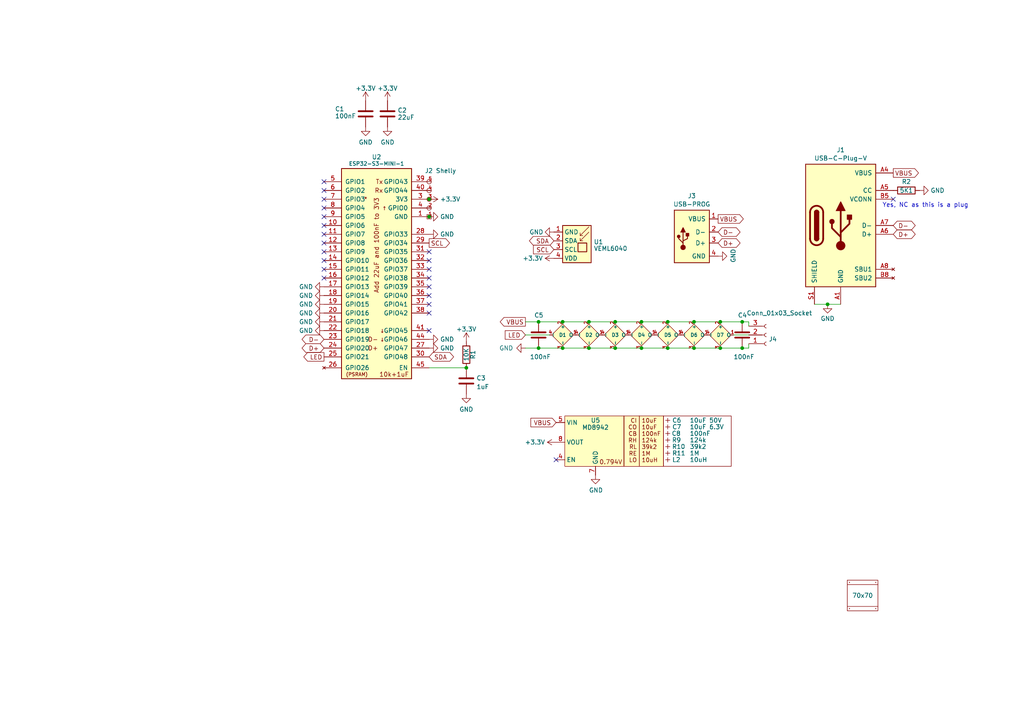
<source format=kicad_sch>
(kicad_sch (version 20230121) (generator eeschema)
  (paper "A4")
  (title_block (title "Generic ESP32 USB-A") (date "${DATE}") (rev "1") (comment 1 "@TheRealRevK") (comment 2 "www.me.uk"))
  (lib_symbols
    (symbol "Connector:Conn_01x03_Socket" (pin_names (offset 1.016) hide)
      (property "Reference" "J" (at 0 5.08 0))
      (property "Value" "Conn_01x03_Socket" (at 0 -5.08 0))
      (symbol "Conn_01x03_Socket_1_1"
        (arc (start 0 -2.032) (mid -0.5058 -2.54) (end 0 -3.048) (stroke (width 0.1524)))
        (polyline (pts (xy -1.27 -2.54) (xy -0.508 -2.54)) (stroke (width 0.1524)))
        (polyline (pts (xy -1.27 0) (xy -0.508 0)) (stroke (width 0.1524)))
        (polyline (pts (xy -1.27 2.54) (xy -0.508 2.54)) (stroke (width 0.1524)))
        (arc (start 0 0.508) (mid -0.5058 0) (end 0 -0.508) (stroke (width 0.1524)))
        (arc (start 0 3.048) (mid -0.5058 2.54) (end 0 2.032) (stroke (width 0.1524)))
        (pin passive line (at -5.08 2.54 0) (length 3.81) (name "Pin_1") (number "1"))
        (pin passive line (at -5.08 0 0) (length 3.81) (name "Pin_2") (number "2"))
        (pin passive line (at -5.08 -2.54 0) (length 3.81) (name "Pin_3") (number "3"))
      )
    )
    (symbol "Device:C" (pin_numbers hide) (pin_names (offset 0.254))
      (property "Reference" "C" (at 0.635 2.54 0))
      (property "Value" "C" (at 0.635 -2.54 0))
      (symbol "C_0_1"
        (polyline (pts (xy -2.032 -0.762) (xy 2.032 -0.762)) (stroke (width 0.508)))
        (polyline (pts (xy -2.032 0.762) (xy 2.032 0.762)) (stroke (width 0.508)))
      )
      (symbol "C_1_1"
        (pin passive line (at 0 3.81 270) (length 2.794) (name "~") (number "1"))
        (pin passive line (at 0 -3.81 90) (length 2.794) (name "~") (number "2"))
      )
    )
    (symbol "Device:R" (pin_numbers hide) (pin_names (offset 0))
      (property "Reference" "R" (at 2.032 0 90))
      (property "Value" "R" (at 0 0 90))
      (symbol "R_0_1"
        (rectangle (start -1.016 -2.54) (end 1.016 2.54) (stroke (width 0.254)))
      )
      (symbol "R_1_1"
        (pin passive line (at 0 3.81 270) (length 1.27) (name "~") (number "1"))
        (pin passive line (at 0 -3.81 90) (length 1.27) (name "~") (number "2"))
      )
    )
    (symbol "RevK:ESP32-S3-MINI-1-N4R2" (pin_names (offset 1.016))
      (property "Reference" "U" (at 0 27.94 0))
      (property "Value" "ESP32-S3-MINI-1-N4R2" (at 0 31.115 0))
      (symbol "ESP32-S3-MINI-1-N4R2_0_0"
        (rectangle (start -10.16 30.48) (end 10.16 -30.48) (stroke (width 0.254)) (fill (type background)))
      )
      (symbol "ESP32-S3-MINI-1-N4R2_1_1"
        (text "(PSRAM)" (at -5.715 -29.21 0) (effects (font (size 1 1))))
        (text "*" (at -3.175 21.59 0) (effects (font (size 1.27 1.27))))
        (text "10k+1uF" (at 5.08 -29.21 0) (effects (font (size 1.27 1.27))))
        (text "Add 22uF and 100nF to 3V3" (at 0 8.255 900) (effects (font (size 1.27 1.27))))
        (text "D+" (at -2.54 -21.59 0) (effects (font (size 1.27 1.27)) (justify left)))
        (text "D-" (at -2.54 -19.05 0) (effects (font (size 1.27 1.27)) (justify left)))
        (text "Rx" (at 1.905 24.13 0) (effects (font (size 1.27 1.27)) (justify right)))
        (text "Tx" (at 1.905 26.67 0) (effects (font (size 1.27 1.27)) (justify right)))
        (text "↑" (at 3.175 19.05 0) (effects (font (size 1.27 1.27)) (justify right)))
        (text "↓" (at 2.54 -19.05 0) (effects (font (size 1.27 1.27)) (justify right)))
        (text "↓" (at 2.54 -16.51 0) (effects (font (size 1.27 1.27)) (justify right)))
        (pin power_in line (at 15.24 16.51 180) (length 5.08) (name "GND") (number "1"))
        (pin passive line (at -15.24 13.97 0) (length 5.08) (name "GPIO6") (number "10"))
        (pin passive line (at -15.24 11.43 0) (length 5.08) (name "GPIO7") (number "11"))
        (pin passive line (at -15.24 8.89 0) (length 5.08) (name "GPIO8") (number "12"))
        (pin passive line (at -15.24 6.35 0) (length 5.08) (name "GPIO9") (number "13"))
        (pin passive line (at -15.24 3.81 0) (length 5.08) (name "GPIO10") (number "14"))
        (pin passive line (at -15.24 1.27 0) (length 5.08) (name "GPIO11") (number "15"))
        (pin passive line (at -15.24 -1.27 0) (length 5.08) (name "GPIO12") (number "16"))
        (pin passive line (at -15.24 -3.81 0) (length 5.08) (name "GPIO13") (number "17"))
        (pin passive line (at -15.24 -6.35 0) (length 5.08) (name "GPIO14") (number "18"))
        (pin passive line (at -15.24 -8.89 0) (length 5.08) (name "GPIO15") (number "19"))
        (pin power_in line (at 15.24 16.51 180) (length 5.08) hide (name "GND") (number "2"))
        (pin passive line (at -15.24 -11.43 0) (length 5.08) (name "GPIO16") (number "20"))
        (pin passive line (at -15.24 -13.97 0) (length 5.08) (name "GPIO17") (number "21"))
        (pin passive line (at -15.24 -16.51 0) (length 5.08) (name "GPIO18") (number "22"))
        (pin passive line (at -15.24 -19.05 0) (length 5.08) (name "GPIO19") (number "23"))
        (pin passive line (at -15.24 -21.59 0) (length 5.08) (name "GPIO20") (number "24"))
        (pin passive line (at -15.24 -24.13 0) (length 5.08) (name "GPIO21") (number "25"))
        (pin no_connect line (at -15.24 -27.305 0) (length 5.08) (name "GPIO26") (number "26"))
        (pin passive line (at 15.24 -21.59 180) (length 5.08) (name "GPIO47") (number "27"))
        (pin passive line (at 15.24 11.43 180) (length 5.08) (name "GPIO33") (number "28"))
        (pin passive line (at 15.24 8.89 180) (length 5.08) (name "GPIO34") (number "29"))
        (pin power_in line (at 15.24 21.59 180) (length 5.08) (name "3V3") (number "3"))
        (pin passive line (at 15.24 -24.13 180) (length 5.08) (name "GPIO48") (number "30"))
        (pin passive line (at 15.24 6.35 180) (length 5.08) (name "GPIO35") (number "31"))
        (pin passive line (at 15.24 3.81 180) (length 5.08) (name "GPIO36") (number "32"))
        (pin passive line (at 15.24 1.27 180) (length 5.08) (name "GPIO37") (number "33"))
        (pin passive line (at 15.24 -1.27 180) (length 5.08) (name "GPIO38") (number "34"))
        (pin passive line (at 15.24 -3.81 180) (length 5.08) (name "GPIO39") (number "35"))
        (pin passive line (at 15.24 -6.35 180) (length 5.08) (name "GPIO40") (number "36"))
        (pin passive line (at 15.24 -8.89 180) (length 5.08) (name "GPIO41") (number "37"))
        (pin passive line (at 15.24 -11.43 180) (length 5.08) (name "GPIO42") (number "38"))
        (pin passive line (at 15.24 26.67 180) (length 5.08) (name "GPIO43") (number "39"))
        (pin passive line (at 15.24 19.05 180) (length 5.08) (name "GPIO0") (number "4"))
        (pin passive line (at 15.24 24.13 180) (length 5.08) (name "GPIO44") (number "40"))
        (pin passive line (at 15.24 -16.51 180) (length 5.08) (name "GPIO45") (number "41"))
        (pin power_in line (at 15.24 16.51 180) (length 5.08) hide (name "GND") (number "42"))
        (pin power_in line (at 15.24 16.51 180) (length 5.08) hide (name "GND") (number "43"))
        (pin passive line (at 15.24 -19.05 180) (length 5.08) (name "GPIO46") (number "44"))
        (pin input line (at 15.24 -27.305 180) (length 5.08) (name "EN") (number "45"))
        (pin power_in line (at 15.24 16.51 180) (length 5.08) hide (name "GND") (number "46"))
        (pin power_in line (at 15.24 16.51 180) (length 5.08) hide (name "GND") (number "47"))
        (pin power_in line (at 15.24 16.51 180) (length 5.08) hide (name "GND") (number "48"))
        (pin power_in line (at 15.24 16.51 180) (length 5.08) hide (name "GND") (number "49"))
        (pin passive line (at -15.24 26.67 0) (length 5.08) (name "GPIO1") (number "5"))
        (pin power_in line (at 15.24 16.51 180) (length 5.08) hide (name "GND") (number "50"))
        (pin power_in line (at 15.24 16.51 180) (length 5.08) hide (name "GND") (number "51"))
        (pin power_in line (at 15.24 16.51 180) (length 5.08) hide (name "GND") (number "52"))
        (pin power_in line (at 15.24 16.51 180) (length 5.08) hide (name "GND") (number "53"))
        (pin power_in line (at 15.24 16.51 180) (length 5.08) hide (name "GND") (number "54"))
        (pin power_in line (at 15.24 16.51 180) (length 5.08) hide (name "GND") (number "55"))
        (pin power_in line (at 15.24 16.51 180) (length 5.08) hide (name "GND") (number "56"))
        (pin power_in line (at 15.24 16.51 180) (length 5.08) hide (name "GND") (number "57"))
        (pin power_in line (at 15.24 16.51 180) (length 5.08) hide (name "GND") (number "58"))
        (pin power_in line (at 15.24 16.51 180) (length 5.08) hide (name "GND") (number "59"))
        (pin passive line (at -15.24 24.13 0) (length 5.08) (name "GPIO2") (number "6"))
        (pin power_in line (at 15.24 16.51 180) (length 5.08) hide (name "GND") (number "60"))
        (pin power_in line (at 15.24 16.51 180) (length 5.08) hide (name "GND") (number "61"))
        (pin power_in line (at 15.24 16.51 180) (length 5.08) hide (name "GND") (number "62"))
        (pin power_in line (at 15.24 16.51 180) (length 5.08) hide (name "GND") (number "63"))
        (pin power_in line (at 15.24 16.51 180) (length 5.08) hide (name "GND") (number "64"))
        (pin power_in line (at 15.24 16.51 180) (length 5.08) hide (name "GND") (number "65"))
        (pin passive line (at -15.24 21.59 0) (length 5.08) (name "GPIO3") (number "7"))
        (pin passive line (at -15.24 19.05 0) (length 5.08) (name "GPIO4") (number "8"))
        (pin passive line (at -15.24 16.51 0) (length 5.08) (name "GPIO5") (number "9"))
      )
    )
    (symbol "RevK:Hidden" (pin_names (offset 1.016)) (in_bom no)
      (property "Reference" "Z" (at 0.635 0 0))
      (property "Value" "Hidden" (at 4.445 0 0))
      (symbol "Hidden_0_1"
        (polyline (pts (xy -0.635 0) (xy 0.635 0)) (stroke (width 0.1524)))
        (polyline (pts (xy 0 0.635) (xy 0 -0.635)) (stroke (width 0.1524)))
      )
    )
    (symbol "RevK:MD89420-RegBlock"
      (property "Reference" "U" (at -0.635 4.445 0))
      (property "Value" "MD8942" (at 0 6.35 0))
      (symbol "MD89420-RegBlock_1_1"
        (rectangle (start -8.89 7.62) (end 8.255 -6.985) (fill (type background)))
        (rectangle (start 8.255 7.62) (end 12.7 -6.985) (fill (type background)))
        (rectangle (start 12.7 7.62) (end 19.685 -6.985) (fill (type background)))
        (rectangle (start 19.685 7.62) (end 39.37 -6.985))
        (text "0.794V" (at 4.445 -5.715 0) (effects (font (size 1.27 1.27))))
        (text "10uF\n10uF\n100nF\n124k\n39k2\n1M\n10uH" (at 13.335 6.985 0) (effects (font (size 1.185 1.185)) (justify left top)))
        (text "CI\nCO\nCB\nRH\nRL\nRE\nLO" (at 12.065 6.985 0) (effects (font (size 1.185 1.185)) (justify right top)))
        (pin no_connect line (at 5.715 0 0) (length 2.54) hide (name "") (number "1"))
        (pin power_in line (at 0 -9.525 90) (length 2.54) hide (name "GND") (number "2"))
        (pin no_connect line (at 5.715 1.905 0) (length 2.54) hide (name "") (number "3"))
        (pin input line (at -11.43 -5.08 0) (length 2.54) (name "EN") (number "4"))
        (pin power_in line (at -11.43 5.715 0) (length 2.54) (name "VIN") (number "5"))
        (pin no_connect line (at 5.715 -1.905 0) (length 2.54) hide (name "") (number "6"))
        (pin power_in line (at 0 -9.525 90) (length 2.54) (name "GND") (number "7"))
        (pin power_out line (at -11.43 0 0) (length 2.54) (name "VOUT") (number "8"))
      )
    )
    (symbol "RevK:PCB" (in_bom no)
      (property "Value" "XxY" (at 0 0 0))
      (symbol "PCB_0_1"
        (rectangle (start -4.445 4.445) (end 4.445 -4.445))
        (circle (center -3.81 -3.81) (radius 0.0001))
        (circle (center -3.81 3.81) (radius 0.0001))
        (circle (center 3.81 -3.81) (radius 0.0001))
        (circle (center 3.81 3.81) (radius 0.0001))
      )
    )
    (symbol "RevK:Shelly" (in_bom no)
      (property "Reference" "J" (at 2.54 -8.255 0))
      (property "Value" "Shelly" (at 2.54 9.525 0))
      (symbol "Shelly_0_1"
        (circle (center 0 -2.54) (radius 0.635) (stroke (width 0.1524)))
        (circle (center 0 0) (radius 0.635) (stroke (width 0.1524)))
        (circle (center 0 2.54) (radius 0.635) (stroke (width 0.1524)))
        (circle (center 0 5.08) (radius 0.635) (stroke (width 0.1524)))
        (rectangle (start 0.635 -5.715) (end -0.635 -4.445) (stroke (width 0.1524)))
      )
      (symbol "Shelly_1_1"
        (pin passive line (at 0 -5.08 0) (length 0.64) (name "GND") (number "1"))
        (pin passive line (at 0 -2.54 0) (length 0.64) (name "0") (number "2"))
        (pin passive line (at 0 0 0) (length 0.64) (name "3V3") (number "3"))
        (pin passive line (at 0 2.54 0) (length 0.64) (name "Rx") (number "4"))
        (pin passive line (at 0 5.08 0) (length 0.64) (name "Tx") (number "5"))
      )
    )
    (symbol "RevK:USB-C-Plug-V" (pin_names (offset 1.016))
      (property "Reference" "J" (at -10.16 19.05 0))
      (property "Value" "USB-C-Plug-V" (at 0 12.7 0))
      (symbol "USB-C-Plug-V_0_1"
        (rectangle (start -10.16 17.78) (end 10.16 -17.78) (stroke (width 0.254)) (fill (type background)))
        (arc (start -8.89 -3.81) (mid -6.985 -5.7067) (end -5.08 -3.81) (stroke (width 0.508)))
        (arc (start -7.62 -3.81) (mid -6.985 -4.4423) (end -6.35 -3.81) (stroke (width 0.254)))
        (arc (start -7.62 -3.81) (mid -6.985 -4.4423) (end -6.35 -3.81) (stroke (width 0.254)) (fill (type outline)))
        (rectangle (start -7.62 -3.81) (end -6.35 3.81) (stroke (width 0.254)) (fill (type outline)))
        (arc (start -6.35 3.81) (mid -6.985 4.4423) (end -7.62 3.81) (stroke (width 0.254)))
        (arc (start -6.35 3.81) (mid -6.985 4.4423) (end -7.62 3.81) (stroke (width 0.254)) (fill (type outline)))
        (arc (start -5.08 3.81) (mid -6.985 5.7067) (end -8.89 3.81) (stroke (width 0.508)))
        (circle (center -2.54 1.143) (radius 0.635) (stroke (width 0.254)) (fill (type outline)))
        (circle (center 0 -5.842) (radius 1.27) (fill (type outline)))
        (polyline (pts (xy -8.89 -3.81) (xy -8.89 3.81)) (stroke (width 0.508)))
        (polyline (pts (xy -5.08 3.81) (xy -5.08 -3.81)) (stroke (width 0.508)))
        (polyline (pts (xy 0 -5.842) (xy 0 4.318)) (stroke (width 0.508)))
        (polyline (pts (xy 0 -3.302) (xy -2.54 -0.762) (xy -2.54 0.508)) (stroke (width 0.508)))
        (polyline (pts (xy 0 -2.032) (xy 2.54 0.508) (xy 2.54 1.778)) (stroke (width 0.508)))
        (polyline (pts (xy -1.27 4.318) (xy 0 6.858) (xy 1.27 4.318) (xy -1.27 4.318)) (stroke (width 0.254)) (fill (type outline)))
        (rectangle (start 1.905 1.778) (end 3.175 3.048) (stroke (width 0.254)) (fill (type outline)))
      )
      (symbol "USB-C-Plug-V_1_1"
        (pin power_out line (at 0 -22.86 90) (length 5.08) (name "GND") (number "A1"))
        (pin passive line (at 0 -22.86 90) (length 5.08) hide (name "GND") (number "A12"))
        (pin power_out line (at 15.24 15.24 180) (length 5.08) (name "VBUS") (number "A4"))
        (pin bidirectional line (at 15.24 10.16 180) (length 5.08) (name "CC") (number "A5"))
        (pin bidirectional line (at 15.24 -2.54 180) (length 5.08) (name "D+") (number "A6"))
        (pin bidirectional line (at 15.24 0 180) (length 5.08) (name "D-") (number "A7"))
        (pin no_connect line (at 15.24 -12.7 180) (length 5.08) (name "SBU1") (number "A8"))
        (pin passive line (at 15.24 15.24 180) (length 5.08) hide (name "VBUS") (number "A9"))
        (pin passive line (at 0 -22.86 90) (length 5.08) hide (name "GND") (number "B1"))
        (pin passive line (at 0 -22.86 90) (length 5.08) hide (name "GND") (number "B12"))
        (pin passive line (at 15.24 15.24 180) (length 5.08) hide (name "VBUS") (number "B4"))
        (pin bidirectional line (at 15.24 7.62 180) (length 5.08) (name "VCONN") (number "B5"))
        (pin bidirectional line (at 15.24 -2.54 180) (length 5.08) hide (name "D+") (number "B6"))
        (pin bidirectional line (at 15.24 0 180) (length 5.08) hide (name "D-") (number "B7"))
        (pin no_connect line (at 15.24 -15.24 180) (length 5.08) (name "SBU2") (number "B8"))
        (pin passive line (at 15.24 15.24 180) (length 5.08) hide (name "VBUS") (number "B9"))
        (pin passive line (at -7.62 -22.86 90) (length 5.08) (name "SHIELD") (number "S1"))
        (pin passive line (at -7.62 -22.86 90) (length 5.08) hide (name "SHIELD") (number "S2"))
      )
    )
    (symbol "RevK:USB-PROG" (pin_names (offset 1.016)) (in_bom no)
      (property "Reference" "J" (at -5.08 11.43 0))
      (property "Value" "USB-PROG" (at -5.08 8.89 0))
      (symbol "USB-PROG_0_1"
        (rectangle (start -5.08 -7.62) (end 5.08 7.62) (stroke (width 0.254)) (fill (type background)))
        (circle (center -3.81 0) (radius 0.381) (stroke (width 0.254)) (fill (type outline)))
        (circle (center -2.54 -3.175) (radius 0.635) (stroke (width 0.254)) (fill (type outline)))
        (rectangle (start -1.651 0.889) (end -0.889 0.127) (stroke (width 0.254)) (fill (type outline)))
        (polyline (pts (xy -3.175 1.27) (xy -1.905 1.27) (xy -2.54 2.54) (xy -3.175 1.27)) (stroke (width 0.254)) (fill (type outline)))
        (polyline (pts (xy -2.54 -2.54) (xy -2.54 -1.905) (xy -3.81 -0.635) (xy -3.81 0)) (stroke (width 0.254)))
        (polyline (pts (xy -2.54 -1.905) (xy -2.54 -1.27) (xy -1.27 -0.635) (xy -1.27 0.635)) (stroke (width 0.254)))
      )
      (symbol "USB-PROG_1_1"
        (polyline (pts (xy -2.54 -1.27) (xy -2.54 1.27)) (stroke (width 0.254)))
        (pin power_out line (at 7.62 5.08 180) (length 2.54) (name "VBUS") (number "1"))
        (pin bidirectional line (at 7.62 1.27 180) (length 2.54) (name "D-") (number "2"))
        (pin bidirectional line (at 7.62 -1.905 180) (length 2.54) (name "D+") (number "3"))
        (pin power_out line (at 7.62 -5.715 180) (length 2.54) (name "GND") (number "4"))
      )
    )
    (symbol "RevK:VCUT" (in_bom no)
      (symbol "VCUT_0_1"
        (polyline (pts (xy -4.445 0) (xy 4.445 0)))
      )
    )
    (symbol "RevK:VEML6040"
      (property "Reference" "U" (at 0 6.35 0))
      (property "Value" "VEML6040" (at 0 -6.985 0))
      (symbol "VEML6040_0_1"
        (rectangle (start -4.445 5.08) (end 3.81 -5.715) (stroke (width 0.254)) (fill (type background)))
        (polyline (pts (xy 0.635 0.635) (xy 0.635 1.397)))
        (polyline (pts (xy 0.635 0.635) (xy 1.397 0.635)))
        (polyline (pts (xy 0.635 0.635) (xy 3.175 3.175)))
        (polyline (pts (xy 0.635 2.159) (xy 0.635 2.921)))
        (polyline (pts (xy 0.635 2.159) (xy 1.397 2.159)))
        (polyline (pts (xy 0.635 2.159) (xy 3.175 4.699)))
        (rectangle (start 0 0) (end 2.54 -2.54) (stroke (width 0.254)) (fill (type background)))
      )
      (symbol "VEML6040_1_1"
        (pin power_in line (at -6.985 3.175 0) (length 2.54) (name "GND") (number "1"))
        (pin bidirectional line (at -6.985 0.635 0) (length 2.54) (name "SDA") (number "2"))
        (pin input line (at -6.985 -1.905 0) (length 2.54) (name "SCL") (number "3"))
        (pin power_in line (at -6.985 -4.445 0) (length 2.54) (name "VDD") (number "4"))
      )
    )
    (symbol "RevK:WS2812B-1mm" (pin_names (offset 0.254))
      (property "Reference" "D" (at 0 0 0))
      (symbol "WS2812B-1mm_1_1"
        (polyline (pts (xy 0 3.175) (xy 3.175 0) (xy 0 -3.175) (xy -3.175 0) (xy 0 3.175)) (fill (type background)))
        (pin output line (at 3.81 0 180) (length 0.5) (name "O") (number "1"))
        (pin power_in line (at 0 -3.81 90) (length 0.5) (name "+") (number "2"))
        (pin power_in line (at 0 3.81 270) (length 0.5) (name "-") (number "3"))
        (pin input line (at -3.81 0 0) (length 0.5) (name "I") (number "4"))
      )
    )
    (symbol "power:+3.3V" (power) (pin_names (offset 0))
      (property "Value" "+3.3V" (at 0 3.556 0))
      (symbol "+3.3V_0_1"
        (polyline (pts (xy -0.762 1.27) (xy 0 2.54)))
        (polyline (pts (xy 0 0) (xy 0 2.54)))
        (polyline (pts (xy 0 2.54) (xy 0.762 1.27)))
      )
      (symbol "+3.3V_1_1"
        (pin power_in line (at 0 0 90) (length 0) hide (name "+3.3V") (number "1"))
      )
    )
    (symbol "power:GND" (power) (pin_names (offset 0))
      (property "Value" "GND" (at 0 -3.81 0))
      (symbol "GND_0_1"
        (polyline (pts (xy 0 0) (xy 0 -1.27) (xy 1.27 -1.27) (xy 0 -2.54) (xy -1.27 -1.27) (xy 0 -1.27)))
      )
      (symbol "GND_1_1"
        (pin power_in line (at 0 0 270) (length 0) hide (name "GND") (number "1"))
      )
    )
  )
  (junction (at 178.435 93.345))
  (junction (at 201.295 93.345))
  (junction (at 193.675 100.965))
  (junction (at 208.915 100.965))
  (junction (at 215.265 93.345))
  (junction (at 124.46 57.785))
  (junction (at 124.46 62.865))
  (junction (at 170.815 100.965))
  (junction (at 186.055 100.965))
  (junction (at 201.295 100.965))
  (junction (at 170.815 93.345))
  (junction (at 156.21 93.345))
  (junction (at 163.195 100.965))
  (junction (at 156.21 100.965))
  (junction (at 208.915 93.345))
  (junction (at 178.435 100.965))
  (junction (at 215.265 100.965))
  (junction (at 193.675 93.345))
  (junction (at 135.255 106.68))
  (junction (at 186.055 93.345))
  (junction (at 163.195 93.345))
  (junction (at 240.03 88.265))
  (no_connect (at 93.98 73.025))
  (no_connect (at 259.08 57.785))
  (no_connect (at 124.46 90.805))
  (no_connect (at 93.98 52.705))
  (no_connect (at 93.98 65.405))
  (no_connect (at 124.46 75.565))
  (no_connect (at 93.98 57.785))
  (no_connect (at 161.29 133.35))
  (no_connect (at 93.98 80.645))
  (no_connect (at 124.46 83.185))
  (no_connect (at 93.98 55.245))
  (no_connect (at 124.46 95.885))
  (no_connect (at 124.46 85.725))
  (no_connect (at 124.46 88.265))
  (no_connect (at 124.46 78.105))
  (no_connect (at 124.46 80.645))
  (no_connect (at 93.98 75.565))
  (no_connect (at 93.98 67.945))
  (no_connect (at 93.98 60.325))
  (no_connect (at 93.98 78.105))
  (no_connect (at 124.46 73.025))
  (no_connect (at 93.98 62.865))
  (no_connect (at 93.98 70.485))
  (wire (pts (xy 152.4 97.155) (xy 159.385 97.155)))
  (wire (pts (xy 178.435 100.965) (xy 186.055 100.965)))
  (wire (pts (xy 178.435 93.345) (xy 186.055 93.345)))
  (wire (pts (xy 208.915 93.345) (xy 215.265 93.345)))
  (wire (pts (xy 186.055 93.345) (xy 193.675 93.345)))
  (wire (pts (xy 193.675 93.345) (xy 201.295 93.345)))
  (wire (pts (xy 240.03 88.265) (xy 243.84 88.265)))
  (wire (pts (xy 163.195 93.345) (xy 170.815 93.345)))
  (wire (pts (xy 215.265 100.965) (xy 217.17 100.965)))
  (wire (pts (xy 156.21 93.345) (xy 163.195 93.345)))
  (wire (pts (xy 217.17 93.345) (xy 217.17 94.615)))
  (wire (pts (xy 201.295 93.345) (xy 208.915 93.345)))
  (wire (pts (xy 152.4 100.965) (xy 156.21 100.965)))
  (wire (pts (xy 163.195 100.965) (xy 170.815 100.965)))
  (wire (pts (xy 217.17 97.155) (xy 212.725 97.155)))
  (wire (pts (xy 152.4 93.345) (xy 156.21 93.345)))
  (wire (pts (xy 215.265 93.345) (xy 217.17 93.345)))
  (wire (pts (xy 170.815 100.965) (xy 178.435 100.965)))
  (wire (pts (xy 170.815 93.345) (xy 178.435 93.345)))
  (wire (pts (xy 208.915 100.965) (xy 215.265 100.965)))
  (wire (pts (xy 156.21 100.965) (xy 163.195 100.965)))
  (wire (pts (xy 193.675 100.965) (xy 201.295 100.965)))
  (wire (pts (xy 186.055 100.965) (xy 193.675 100.965)))
  (wire (pts (xy 236.22 88.265) (xy 240.03 88.265)))
  (wire (pts (xy 217.17 100.965) (xy 217.17 99.695)))
  (wire (pts (xy 124.46 106.68) (xy 135.255 106.68)))
  (wire (pts (xy 201.295 100.965) (xy 208.915 100.965)))
  (text "Yes, NC as this is a plug" (at 255.905 60.325 0) (effects (font (size 1.27 1.27)) (justify left bottom)))
  (global_label "D+" (shape bidirectional) (at 259.08 67.945 0) (property "Intersheetrefs" "${INTERSHEET_REFS}" (effects hide)))
  (global_label "D-" (shape bidirectional) (at 208.28 67.31 0) (property "Intersheetrefs" "${INTERSHEET_REFS}" (effects hide)))
  (global_label "VBUS" (shape input) (at 161.29 122.555 180) (property "Intersheetrefs" "${INTERSHEET_REFS}" (effects hide)))
  (global_label "D+" (shape bidirectional) (at 208.28 70.485 0) (property "Intersheetrefs" "${INTERSHEET_REFS}" (effects hide)))
  (global_label "D+" (shape bidirectional) (at 93.98 100.965 180) (property "Intersheetrefs" "${INTERSHEET_REFS}" (effects hide)))
  (global_label "SCL" (shape input) (at 160.655 72.39 180) (property "Intersheetrefs" "${INTERSHEET_REFS}" (effects hide)))
  (global_label "D-" (shape bidirectional) (at 259.08 65.405 0) (property "Intersheetrefs" "${INTERSHEET_REFS}" (effects hide)))
  (global_label "VBUS" (shape output) (at 152.4 93.345 180) (property "Intersheetrefs" "${INTERSHEET_REFS}" (effects hide)))
  (global_label "D-" (shape bidirectional) (at 93.98 98.425 180) (property "Intersheetrefs" "${INTERSHEET_REFS}" (effects hide)))
  (global_label "SDA" (shape bidirectional) (at 160.655 69.85 180) (property "Intersheetrefs" "${INTERSHEET_REFS}" (effects hide)))
  (global_label "SCL" (shape output) (at 124.46 70.485 0) (property "Intersheetrefs" "${INTERSHEET_REFS}" (effects hide)))
  (global_label "VBUS" (shape output) (at 208.28 63.5 0) (property "Intersheetrefs" "${INTERSHEET_REFS}" (effects hide)))
  (global_label "VBUS" (shape output) (at 259.08 50.165 0) (property "Intersheetrefs" "${INTERSHEET_REFS}" (effects hide)))
  (global_label "LED" (shape input) (at 152.4 97.155 180) (property "Intersheetrefs" "${INTERSHEET_REFS}" (effects hide)))
  (global_label "LED" (shape output) (at 93.98 103.505 180) (property "Intersheetrefs" "${INTERSHEET_REFS}" (effects hide)))
  (global_label "SDA" (shape bidirectional) (at 124.46 103.505 0) (property "Intersheetrefs" "${INTERSHEET_REFS}" (effects hide)))
  (symbol (lib_id "RevK:Hidden") (at 193.675 123.825 0) (unit 1)
    (property "Reference" "C7" (at 194.945 123.825 0) (effects (justify left)))
    (property "Value" "10uF 6.3V" (at 200.025 123.825 0) (effects (justify left)))
    (property "Footprint" "RevK:C_0603_" (effects hide))
    (property "LCSC Part #" "C1691" (effects hide))
  )
  (symbol (lib_id "RevK:USB-PROG") (at 200.66 68.58 0) (unit 1) (in_bom no)
    (property "Reference" "J3" (at 200.66 56.8157 0))
    (property "Value" "USB-PROG" (at 200.66 59.2399 0))
    (property "Footprint" "RevK:USB-PROG" (effects hide))
    (property "Datasheet" " ~" (effects hide))
  )
  (symbol (lib_id "power:GND") (at 124.46 98.425 90) (unit 1)
    (property "Reference" "#PWR021" (effects hide))
    (property "Value" "GND" (at 127.635 98.425 90) (effects (justify right)))
  )
  (symbol (lib_id "power:GND") (at 93.98 93.345 270) (unit 1)
    (property "Reference" "#PWR018" (effects hide))
    (property "Value" "GND" (at 90.8051 93.345 90) (effects (justify right)))
  )
  (symbol (lib_id "RevK:MD89420-RegBlock") (at 172.72 128.27 0) (unit 1)
    (property "Reference" "U5" (at 172.72 121.92 0))
    (property "Value" "MD8942" (at 172.72 123.968 0))
    (property "Footprint" "RevK:SOT-23-6-MD8942" (effects hide))
    (property "Datasheet" "https://datasheet.lcsc.com/lcsc/2101111937_Shanghai-Mingda-Microelectronics-MD8942_C2684786.pdf" (effects hide))
    (property "LCSC Part #" "C2684786" (effects hide))
  )
  (symbol (lib_id "RevK:Hidden") (at 193.675 121.92 0) (unit 1)
    (property "Reference" "C6" (at 194.945 121.92 0) (effects (justify left)))
    (property "Value" "10uF 50V" (at 200.025 121.92 0) (effects (justify left)))
    (property "Footprint" "RevK:C_0603_" (effects hide))
    (property "LCSC Part #" "C1591" (effects hide))
  )
  (symbol (lib_id "power:GND") (at 93.98 83.185 270) (unit 1)
    (property "Reference" "#PWR04" (effects hide))
    (property "Value" "GND" (at 90.8051 83.185 90) (effects (justify right)))
  )
  (symbol (lib_id "power:+3.3V") (at 135.255 99.06 0) (unit 1)
    (property "Reference" "#PWR0106" (effects hide))
    (property "Value" "+3.3V" (at 135.255 95.4842 0))
  )
  (symbol (lib_id "RevK:WS2812B-1mm") (at 163.195 97.155 0) (mirror x) (unit 1)
    (property "Reference" "D1" (at 163.195 97.155 0) (effects (font (size 1 1))))
    (property "Value" "XL-1010RGBC-WS2812B" (effects hide))
    (property "Footprint" "RevK:SMD1010" (effects hide))
    (property "Datasheet" "https://datasheet.lcsc.com/lcsc/2301111010_XINGLIGHT-XL-1010RGBC-WS2812B_C5349953.pdf" (effects hide))
    (property "LCSC Part #" "C5349953" (effects hide))
  )
  (symbol (lib_id "RevK:VCUT") (at 250.19 175.895 0) (unit 1) (in_bom no)
    (property "Reference" "V2" (effects hide))
    (property "Value" "70" (effects hide))
    (property "Footprint" "RevK:VCUT70N" (effects hide))
    (property "Sim.Enable" "0" (effects hide))
  )
  (symbol (lib_id "RevK:Shelly") (at 124.46 57.785 0) (unit 1) (in_bom no)
    (property "Reference" "J2" (at 123.19 49.53 0) (effects (justify left)))
    (property "Value" "Shelly" (at 126.365 49.53 0) (effects (justify left)))
    (property "Footprint" "RevK:Shelly" (effects hide))
  )
  (symbol (lib_id "power:GND") (at 93.98 88.265 270) (unit 1)
    (property "Reference" "#PWR020" (effects hide))
    (property "Value" "GND" (at 90.8051 88.265 90) (effects (justify right)))
  )
  (symbol (lib_id "RevK:VEML6040") (at 167.64 70.485 0) (unit 1)
    (property "Reference" "U1" (at 172.212 70.1588 0) (effects (justify left)))
    (property "Value" "VEML6040" (at 172.212 72.0798 0) (effects (justify left)))
    (property "Footprint" "RevK:VEML6040" (effects hide))
    (property "Datasheet" "https://datasheet.lcsc.com/lcsc/1811101814_Vishay-Intertech-VEML6040A3OG_C78465.pdf" (effects hide))
    (property "LCSC Part #" "C78465" (effects hide))
    (property "JLCPCB Rotation Offset" "90" (effects hide))
  )
  (symbol (lib_id "power:+3.3V") (at 161.29 128.27 90) (unit 1)
    (property "Reference" "#PWR09" (effects hide))
    (property "Value" "+3.3V" (at 158.115 128.27 90) (effects (justify left)))
  )
  (symbol (lib_id "RevK:WS2812B-1mm") (at 193.675 97.155 0) (mirror x) (unit 1)
    (property "Reference" "D5" (at 193.675 97.155 0) (effects (font (size 1 1))))
    (property "Value" "XL-1010RGBC-WS2812B" (effects hide))
    (property "Footprint" "RevK:SMD1010" (effects hide))
    (property "Datasheet" "https://datasheet.lcsc.com/lcsc/2301111010_XINGLIGHT-XL-1010RGBC-WS2812B_C5349953.pdf" (effects hide))
    (property "LCSC Part #" "C5349953" (effects hide))
  )
  (symbol (lib_id "power:GND") (at 93.98 85.725 270) (unit 1)
    (property "Reference" "#PWR023" (effects hide))
    (property "Value" "GND" (at 90.8051 85.725 90) (effects (justify right)))
  )
  (symbol (lib_id "Device:C") (at 135.255 110.49 0) (unit 1)
    (property "Reference" "C3" (at 138.176 109.6553 0) (effects (justify left)))
    (property "Value" "1uF" (at 138.176 112.1922 0) (effects (justify left)))
    (property "Footprint" "RevK:C_0402" (effects hide))
  )
  (symbol (lib_id "RevK:VCUT") (at 250.19 169.545 0) (unit 1) (in_bom no)
    (property "Reference" "V1" (effects hide))
    (property "Value" "70" (effects hide))
    (property "Footprint" "RevK:VCUT70N" (effects hide))
    (property "Sim.Enable" "0" (effects hide))
  )
  (symbol (lib_id "power:GND") (at 106.045 36.83 0) (unit 1)
    (property "Reference" "#PWR011" (effects hide))
    (property "Value" "GND" (at 106.045 41.2734 0))
  )
  (symbol (lib_id "RevK:Hidden") (at 193.675 131.445 0) (unit 1)
    (property "Reference" "R11" (at 194.945 131.445 0) (effects (justify left)))
    (property "Value" "1M" (at 200.025 131.445 0) (effects (justify left)))
    (property "Footprint" "RevK:R_0402_" (effects hide))
  )
  (symbol (lib_id "Device:R") (at 262.89 55.245 90) (unit 1)
    (property "Reference" "R2" (at 262.89 52.705 90))
    (property "Value" "5K1" (at 262.89 55.245 90))
    (property "Footprint" "RevK:R_0402" (effects hide))
  )
  (symbol (lib_id "power:+3.3V") (at 112.395 29.21 0) (unit 1)
    (property "Reference" "#PWR012" (effects hide))
    (property "Value" "+3.3V" (at 112.395 25.6342 0))
  )
  (symbol (lib_id "power:GND") (at 266.7 55.245 90) (unit 1)
    (property "Reference" "#PWR06" (effects hide))
    (property "Value" "GND" (at 269.875 55.245 90) (effects (justify right)))
  )
  (symbol (lib_id "Device:C") (at 112.395 33.02 0) (unit 1)
    (property "Reference" "C2" (at 115.316 31.996 0) (effects (justify left)))
    (property "Value" "22uF" (at 115.316 34.044 0) (effects (justify left)))
    (property "Footprint" "RevK:C_0402" (effects hide))
  )
  (symbol (lib_id "power:GND") (at 93.98 95.885 270) (unit 1)
    (property "Reference" "#PWR019" (effects hide))
    (property "Value" "GND" (at 90.8051 95.885 90) (effects (justify right)))
  )
  (symbol (lib_id "RevK:USB-C-Plug-V") (at 243.84 65.405 0) (unit 1)
    (property "Reference" "J1" (at 243.84 43.4807 0))
    (property "Value" "USB-C-Plug-V" (at 243.84 45.9049 0))
    (property "Footprint" "RevK:USB-C-Plug-V" (effects hide))
    (property "LCSC Part #" "C399938" (effects hide))
  )
  (symbol (lib_id "RevK:PCB") (at 250.19 172.72 0) (unit 1) (in_bom no)
    (property "Reference" "PCB1" (effects hide))
    (property "Value" "70x70" (at 250.19 172.72 0))
    (property "Footprint" "RevK:PCB7070" (effects hide))
  )
  (symbol (lib_id "RevK:Hidden") (at 193.675 127.635 0) (unit 1)
    (property "Reference" "R9" (at 196.215 127.635 0))
    (property "Value" "124k" (at 200.025 127.635 0) (effects (justify left)))
    (property "Footprint" "RevK:R_0402_" (effects hide))
  )
  (symbol (lib_id "power:GND") (at 240.03 88.265 0) (unit 1)
    (property "Reference" "#PWR016" (effects hide))
    (property "Value" "GND" (at 240.03 92.3981 0))
  )
  (symbol (lib_id "power:GND") (at 160.655 67.31 270) (unit 1)
    (property "Reference" "#PWR05" (effects hide))
    (property "Value" "GND" (at 155.575 67.31 90))
  )
  (symbol (lib_id "RevK:WS2812B-1mm") (at 178.435 97.155 0) (mirror x) (unit 1)
    (property "Reference" "D3" (at 178.435 97.155 0) (effects (font (size 1 1))))
    (property "Value" "XL-1010RGBC-WS2812B" (effects hide))
    (property "Footprint" "RevK:SMD1010" (effects hide))
    (property "Datasheet" "https://datasheet.lcsc.com/lcsc/2301111010_XINGLIGHT-XL-1010RGBC-WS2812B_C5349953.pdf" (effects hide))
    (property "LCSC Part #" "C5349953" (effects hide))
  )
  (symbol (lib_id "power:GND") (at 152.4 100.965 270) (unit 1)
    (property "Reference" "#PWR022" (effects hide))
    (property "Value" "GND" (at 144.78 100.965 90) (effects (justify left)))
  )
  (symbol (lib_id "power:GND") (at 135.255 114.3 0) (unit 1)
    (property "Reference" "#PWR0105" (effects hide))
    (property "Value" "GND" (at 135.255 118.7434 0))
  )
  (symbol (lib_id "power:GND") (at 124.46 62.865 90) (unit 1)
    (property "Reference" "#PWR01" (effects hide))
    (property "Value" "GND" (at 127.635 62.865 90) (effects (justify right)))
  )
  (symbol (lib_id "power:+3.3V") (at 106.045 29.21 0) (unit 1)
    (property "Reference" "#PWR08" (effects hide))
    (property "Value" "+3.3V" (at 106.045 25.6342 0))
  )
  (symbol (lib_id "RevK:Hidden") (at 193.675 133.35 90) (unit 1)
    (property "Reference" "L2" (at 194.945 133.35 90) (effects (justify right)))
    (property "Value" "10uH" (at 200.025 133.35 90) (effects (justify right)))
    (property "Footprint" "RevK:L_4x4_" (effects hide))
  )
  (symbol (lib_id "RevK:ESP32-S3-MINI-1-N4R2") (at 109.22 79.375 0) (unit 1)
    (property "Reference" "U2" (at 109.22 45.5382 0))
    (property "Value" "ESP32-S3-MINI-1" (at 109.22 47.4746 0) (effects (font (size 1.1 1.1))))
    (property "Footprint" "RevK:ESP32-S3-MINI-1" (effects hide))
    (property "Datasheet" "https://www.espressif.com/sites/default/files/documentation/esp32-s3-mini-1_mini-1u_datasheet_en.pdf" (effects hide))
    (property "LCSC Part #" "C3013941" (effects hide))
  )
  (symbol (lib_id "power:GND") (at 93.98 90.805 270) (unit 1)
    (property "Reference" "#PWR024" (effects hide))
    (property "Value" "GND" (at 90.8051 90.805 90) (effects (justify right)))
  )
  (symbol (lib_id "Device:C") (at 215.265 97.155 0) (unit 1)
    (property "Reference" "C4" (at 213.995 91.44 0) (effects (justify left)))
    (property "Value" "100nF" (at 212.725 103.505 0) (effects (justify left)))
    (property "Footprint" "RevK:C_0402" (effects hide))
  )
  (symbol (lib_id "power:GND") (at 124.46 67.945 90) (unit 1)
    (property "Reference" "#PWR015" (effects hide))
    (property "Value" "GND" (at 127.635 67.945 90) (effects (justify right)))
  )
  (symbol (lib_id "power:+3.3V") (at 124.46 57.785 270) (unit 1)
    (property "Reference" "#PWR03" (effects hide))
    (property "Value" "+3.3V" (at 127.635 57.785 90) (effects (justify left)))
  )
  (symbol (lib_id "Device:C") (at 106.045 33.02 0) (unit 1)
    (property "Reference" "C1" (at 97.155 31.607 0) (effects (justify left)))
    (property "Value" "100nF" (at 97.155 33.655 0) (effects (justify left)))
    (property "Footprint" "RevK:C_0402" (effects hide))
  )
  (symbol (lib_id "Device:R") (at 135.255 102.87 0) (unit 1)
    (property "Reference" "R1" (at 137.16 102.87 90))
    (property "Value" "10K" (at 135.255 102.87 90))
    (property "Footprint" "RevK:R_0402" (effects hide))
  )
  (symbol (lib_id "Device:C") (at 156.21 97.155 0) (unit 1)
    (property "Reference" "C5" (at 154.94 91.44 0) (effects (justify left)))
    (property "Value" "100nF" (at 153.67 103.505 0) (effects (justify left)))
    (property "Footprint" "RevK:C_0402" (effects hide))
  )
  (symbol (lib_id "Connector:Conn_01x03_Socket") (at 222.25 97.155 0) (mirror x) (unit 1) (in_bom no)
    (property "Reference" "J4" (at 222.9612 98.3671 0) (effects (justify left)))
    (property "Value" "Conn_01x03_Socket" (at 216.535 90.805 0) (effects (justify left)))
    (property "Footprint" "RevK:PinHeader_1x03_P2.54mm" (effects hide))
  )
  (symbol (lib_id "power:GND") (at 172.72 137.795 0) (unit 1)
    (property "Reference" "#PWR010" (effects hide))
    (property "Value" "GND" (at 172.847 142.1892 0))
  )
  (symbol (lib_id "power:+3.3V") (at 160.655 74.93 90) (unit 1)
    (property "Reference" "#PWR02" (effects hide))
    (property "Value" "+3.3V" (at 157.48 74.93 90) (effects (justify left)))
  )
  (symbol (lib_id "power:GND") (at 112.395 36.83 0) (unit 1)
    (property "Reference" "#PWR013" (effects hide))
    (property "Value" "GND" (at 112.395 41.2734 0))
  )
  (symbol (lib_id "RevK:Hidden") (at 193.675 129.54 270) (unit 1)
    (property "Reference" "R10" (at 196.85 129.54 90))
    (property "Value" "39k2" (at 200.025 129.54 90) (effects (justify left)))
    (property "Footprint" "RevK:R_0402_" (effects hide))
  )
  (symbol (lib_id "RevK:WS2812B-1mm") (at 186.055 97.155 0) (mirror x) (unit 1)
    (property "Reference" "D4" (at 186.055 97.155 0) (effects (font (size 1 1))))
    (property "Value" "XL-1010RGBC-WS2812B" (effects hide))
    (property "Footprint" "RevK:SMD1010" (effects hide))
    (property "Datasheet" "https://datasheet.lcsc.com/lcsc/2301111010_XINGLIGHT-XL-1010RGBC-WS2812B_C5349953.pdf" (effects hide))
    (property "LCSC Part #" "C5349953" (effects hide))
  )
  (symbol (lib_id "power:GND") (at 124.46 100.965 90) (unit 1)
    (property "Reference" "#PWR017" (effects hide))
    (property "Value" "GND" (at 127.635 100.965 90) (effects (justify right)))
  )
  (symbol (lib_id "RevK:WS2812B-1mm") (at 170.815 97.155 0) (mirror x) (unit 1)
    (property "Reference" "D2" (at 170.815 97.155 0) (effects (font (size 1 1))))
    (property "Value" "XL-1010RGBC-WS2812B" (effects hide))
    (property "Footprint" "RevK:SMD1010" (effects hide))
    (property "Datasheet" "https://datasheet.lcsc.com/lcsc/2301111010_XINGLIGHT-XL-1010RGBC-WS2812B_C5349953.pdf" (effects hide))
    (property "LCSC Part #" "C5349953" (effects hide))
  )
  (symbol (lib_id "RevK:WS2812B-1mm") (at 201.295 97.155 0) (mirror x) (unit 1)
    (property "Reference" "D6" (at 201.295 97.155 0) (effects (font (size 1 1))))
    (property "Value" "XL-1010RGBC-WS2812B" (effects hide))
    (property "Footprint" "RevK:SMD1010" (effects hide))
    (property "Datasheet" "https://datasheet.lcsc.com/lcsc/2301111010_XINGLIGHT-XL-1010RGBC-WS2812B_C5349953.pdf" (effects hide))
    (property "LCSC Part #" "C5349953" (effects hide))
  )
  (symbol (lib_id "RevK:Hidden") (at 193.675 125.73 90) (unit 1)
    (property "Reference" "C8" (at 197.485 125.73 90) (effects (justify left)))
    (property "Value" "100nF" (at 200.025 125.73 90) (effects (justify right)))
    (property "Footprint" "RevK:C_0603_" (effects hide))
  )
  (symbol (lib_id "RevK:WS2812B-1mm") (at 208.915 97.155 0) (mirror x) (unit 1)
    (property "Reference" "D7" (at 208.915 97.155 0) (effects (font (size 1 1))))
    (property "Value" "XL-1010RGBC-WS2812B" (effects hide))
    (property "Footprint" "RevK:SMD1010" (effects hide))
    (property "Datasheet" "https://datasheet.lcsc.com/lcsc/2301111010_XINGLIGHT-XL-1010RGBC-WS2812B_C5349953.pdf" (effects hide))
    (property "LCSC Part #" "C5349953" (effects hide))
  )
  (symbol (lib_id "power:GND") (at 208.28 74.295 90) (unit 1)
    (property "Reference" "#PWR014" (effects hide))
    (property "Value" "GND" (at 212.6742 74.168 0))
  )
)
</source>
